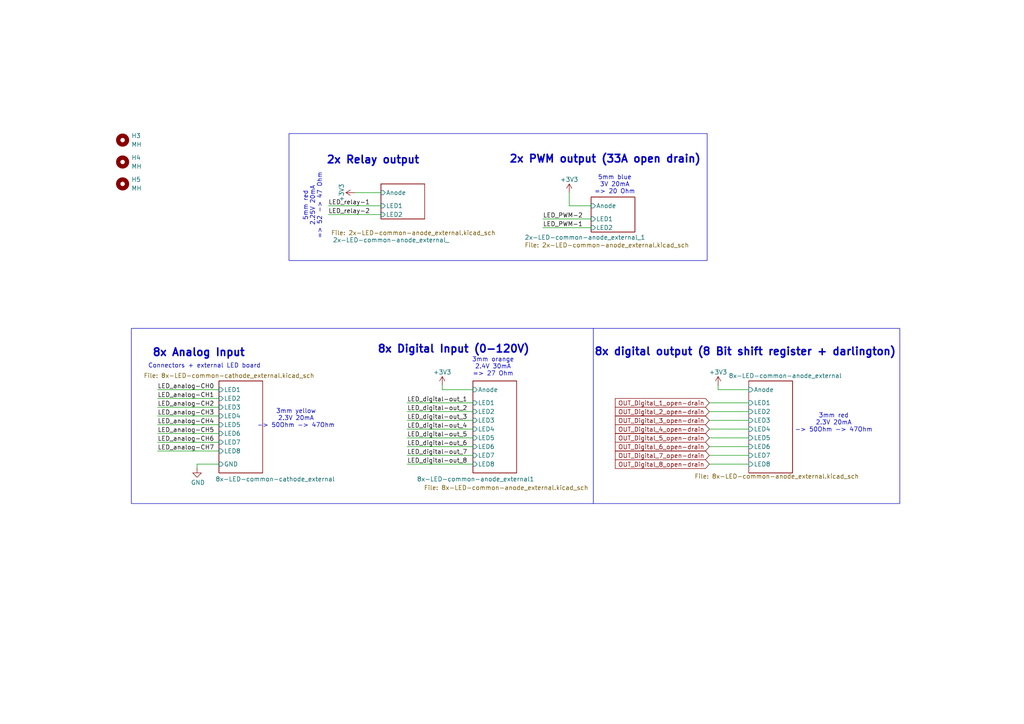
<source format=kicad_sch>
(kicad_sch (version 20231120) (generator "eeschema") (generator_version "8.0")
  (paper "A4")
  (title_block (title "pi-interface-board: LED-boards") (date "2024-11-12") (rev "1.0") (company "SCHERDEL GmbH") (comment 1 "Led boards integrated in housing"))
  (lib_symbols
    (symbol "Mechanical:MountingHole" (pin_names (offset 1.016)) (exclude_from_sim yes) (in_bom no)
      (property "Reference" "H" (at 0 5.08 0))
      (property "Value" "MountingHole" (at 0 3.175 0))
      (symbol "MountingHole_0_1"
        (circle (center 0 0) (radius 1.27) (stroke (width 1.27)))
      )
    )
    (symbol "power:+3V3" (power) (pin_numbers hide) (pin_names (offset 0) hide)
      (property "Value" "+3V3" (at 0 3.556 0))
      (symbol "+3V3_0_1"
        (polyline (pts (xy -0.762 1.27) (xy 0 2.54)))
        (polyline (pts (xy 0 0) (xy 0 2.54)))
        (polyline (pts (xy 0 2.54) (xy 0.762 1.27)))
      )
      (symbol "+3V3_1_1"
        (pin power_in line (at 0 0 90) (length 0) (name "~") (number "1"))
      )
    )
    (symbol "power:GND" (power) (pin_numbers hide) (pin_names (offset 0) hide)
      (property "Value" "GND" (at 0 -3.81 0))
      (symbol "GND_0_1"
        (polyline (pts (xy 0 0) (xy 0 -1.27) (xy 1.27 -1.27) (xy 0 -2.54) (xy -1.27 -1.27) (xy 0 -1.27)))
      )
      (symbol "GND_1_1"
        (pin power_in line (at 0 0 270) (length 0) (name "~") (number "1"))
      )
    )
  )
  (wire (pts (xy 118.11 119.38) (xy 137.16 119.38)))
  (wire (pts (xy 57.15 134.62) (xy 63.5 134.62)))
  (wire (pts (xy 205.74 129.54) (xy 217.17 129.54)))
  (wire (pts (xy 157.48 66.04) (xy 171.45 66.04)))
  (wire (pts (xy 45.72 118.11) (xy 63.5 118.11)))
  (wire (pts (xy 57.15 134.62) (xy 57.15 135.89)))
  (wire (pts (xy 45.72 125.73) (xy 63.5 125.73)))
  (wire (pts (xy 205.74 127) (xy 217.17 127)))
  (wire (pts (xy 102.87 55.88) (xy 110.49 55.88)))
  (wire (pts (xy 165.1 59.69) (xy 171.45 59.69)))
  (wire (pts (xy 118.11 127) (xy 137.16 127)))
  (wire (pts (xy 205.74 134.62) (xy 217.17 134.62)))
  (polyline (pts (xy 172.085 95.25) (xy 172.085 146.05)))
  (wire (pts (xy 208.28 113.03) (xy 217.17 113.03)))
  (wire (pts (xy 45.72 123.19) (xy 63.5 123.19)))
  (wire (pts (xy 45.72 115.57) (xy 63.5 115.57)))
  (wire (pts (xy 128.27 111.76) (xy 128.27 113.03)))
  (wire (pts (xy 128.27 113.03) (xy 137.16 113.03)))
  (wire (pts (xy 45.72 120.65) (xy 63.5 120.65)))
  (wire (pts (xy 205.74 119.38) (xy 217.17 119.38)))
  (wire (pts (xy 45.72 130.81) (xy 63.5 130.81)))
  (wire (pts (xy 118.11 129.54) (xy 137.16 129.54)))
  (wire (pts (xy 205.74 124.46) (xy 217.17 124.46)))
  (wire (pts (xy 118.11 121.92) (xy 137.16 121.92)))
  (wire (pts (xy 118.11 116.84) (xy 137.16 116.84)))
  (wire (pts (xy 45.72 113.03) (xy 63.5 113.03)))
  (wire (pts (xy 157.48 63.5) (xy 171.45 63.5)))
  (wire (pts (xy 45.72 128.27) (xy 63.5 128.27)))
  (wire (pts (xy 95.25 62.23) (xy 110.49 62.23)))
  (wire (pts (xy 205.74 121.92) (xy 217.17 121.92)))
  (wire (pts (xy 208.28 111.76) (xy 208.28 113.03)))
  (wire (pts (xy 205.74 132.08) (xy 217.17 132.08)))
  (wire (pts (xy 95.25 59.69) (xy 110.49 59.69)))
  (wire (pts (xy 118.11 124.46) (xy 137.16 124.46)))
  (wire (pts (xy 118.11 134.62) (xy 137.16 134.62)))
  (wire (pts (xy 118.11 132.08) (xy 137.16 132.08)))
  (wire (pts (xy 205.74 116.84) (xy 217.17 116.84)))
  (wire (pts (xy 165.1 55.88) (xy 165.1 59.69)))
  (rectangle (start 38.1 95.25) (end 260.985 146.05))
  (rectangle (start 83.82 38.735) (end 205.105 75.565))
  (text "2x PWM output (33A open drain)" (at 175.514 46.228 0) (effects (font (size 2.2 2.2) (thickness 0.44) (bold yes))))
  (text "2x Relay output" (at 108.204 46.482 0) (effects (font (size 2.2 2.2) (thickness 0.44) (bold yes))))
  (text "8x digital output (8 Bit shift register + darlington)" (at 216.154 102.108 0) (effects (font (size 2.2 2.2) (thickness 0.44) (bold yes))))
  (text "5mm blue\n3V 20mA\n=> 20 Ohm" (at 178.308 53.594 0) (effects (font (size 1.27 1.27))))
  (text "3mm yellow\n2.3V 20mA\n-> 50Ohm -> 47Ohm" (at 85.852 121.412 0) (effects (font (size 1.27 1.27))))
  (text "Connectors + external LED board" (at 42.926 106.172 0) (effects (font (size 1.27 1.27)) (justify left)))
  (text "3mm red\n2.3V 20mA\n-> 50Ohm -> 47Ohm" (at 241.808 122.682 0) (effects (font (size 1.27 1.27))))
  (text "8x Digital Input (0-120V)" (at 131.572 101.346 0) (effects (font (size 2.2 2.2) (thickness 0.44) (bold yes))))
  (text "3mm orange\n2.4V 30mA\n=> 27 Ohm" (at 143.002 106.426 0) (effects (font (size 1.27 1.27))))
  (text "5mm red\n2.25V 20mA\n=> 52 -> 47 Ohm" (at 90.678 59.69 90) (effects (font (size 1.27 1.27))))
  (text "8x Analog Input" (at 57.658 102.362 0) (effects (font (size 2.2 2.2) (thickness 0.44) (bold yes))))
  (label "LED_digital-out_6" (at 118.11 129.54 0))
  (label "LED_digital-out_3" (at 118.11 121.92 0))
  (label "LED_digital-out_2" (at 118.11 119.38 0))
  (label "LED_PWM-2" (at 157.48 63.5 0))
  (label "LED_digital-out_4" (at 118.11 124.46 0))
  (label "LED_analog-CH7" (at 45.72 130.81 0))
  (label "LED_digital-out_1" (at 118.11 116.84 0))
  (label "LED_digital-out_8" (at 118.11 134.62 0))
  (label "LED_PWM-1" (at 157.48 66.04 0))
  (label "LED_analog-CH6" (at 45.72 128.27 0))
  (label "LED_analog-CH1" (at 45.72 115.57 0))
  (label "LED_analog-CH3" (at 45.72 120.65 0))
  (label "LED_digital-out_7" (at 118.11 132.08 0))
  (label "LED_analog-CH0" (at 45.72 113.03 0))
  (label "LED_relay-2" (at 95.25 62.23 0))
  (label "LED_digital-out_5" (at 118.11 127 0))
  (label "LED_analog-CH2" (at 45.72 118.11 0))
  (label "LED_relay-1" (at 95.25 59.69 0))
  (label "LED_analog-CH5" (at 45.72 125.73 0))
  (label "LED_analog-CH4" (at 45.72 123.19 0))
  (global_label "OUT_Digital_6_open-drain" (shape input) (at 205.74 129.54 180) (property "Intersheetrefs" "${INTERSHEET_REFS}" (effects (hide yes))))
  (global_label "OUT_Digital_7_open-drain" (shape input) (at 205.74 132.08 180) (property "Intersheetrefs" "${INTERSHEET_REFS}" (effects (hide yes))))
  (global_label "OUT_Digital_3_open-drain" (shape input) (at 205.74 121.92 180) (property "Intersheetrefs" "${INTERSHEET_REFS}" (effects (hide yes))))
  (global_label "OUT_Digital_1_open-drain" (shape input) (at 205.74 116.84 180) (property "Intersheetrefs" "${INTERSHEET_REFS}" (effects (hide yes))))
  (global_label "OUT_Digital_5_open-drain" (shape input) (at 205.74 127 180) (property "Intersheetrefs" "${INTERSHEET_REFS}" (effects (hide yes))))
  (global_label "OUT_Digital_4_open-drain" (shape input) (at 205.74 124.46 180) (property "Intersheetrefs" "${INTERSHEET_REFS}" (effects (hide yes))))
  (global_label "OUT_Digital_8_open-drain" (shape input) (at 205.74 134.62 180) (property "Intersheetrefs" "${INTERSHEET_REFS}" (effects (hide yes))))
  (global_label "OUT_Digital_2_open-drain" (shape input) (at 205.74 119.38 180) (property "Intersheetrefs" "${INTERSHEET_REFS}" (effects (hide yes))))
  (symbol (lib_id "power:+3V3") (at 128.27 111.76 0) (unit 1)
    (property "Reference" "#PWR053" (effects (hide yes)))
    (property "Value" "+3V3" (at 128.27 107.95 0))
    (property "Description" "Power symbol creates a global label with name \"+3V3\"" (effects (hide yes)))
  )
  (symbol (lib_id "power:+3V3") (at 208.28 111.76 0) (unit 1)
    (property "Reference" "#PWR035" (effects (hide yes)))
    (property "Value" "+3V3" (at 208.28 107.95 0))
    (property "Description" "Power symbol creates a global label with name \"+3V3\"" (effects (hide yes)))
  )
  (symbol (lib_id "Mechanical:MountingHole") (at 35.56 40.64 0) (unit 1) (exclude_from_sim yes) (in_bom no)
    (property "Reference" "H3" (at 38.1 39.3699 0) (effects (justify left)))
    (property "Value" "MH" (at 38.1 41.9099 0) (effects (justify left)))
    (property "Footprint" "MountingHole:MountingHole_2.2mm_M2_ISO14580" (effects (hide yes)))
    (property "Description" "Mounting Hole without connection" (effects (hide yes)))
  )
  (symbol (lib_id "power:GND") (at 57.15 135.89 0) (unit 1)
    (property "Reference" "#PWR049" (effects (hide yes)))
    (property "Value" "GND" (at 57.404 139.954 0))
    (property "Description" "Power symbol creates a global label with name \"GND\" , ground" (effects (hide yes)))
  )
  (symbol (lib_id "power:+3V3") (at 165.1 55.88 0) (unit 1)
    (property "Reference" "#PWR056" (effects (hide yes)))
    (property "Value" "+3V3" (at 165.1 52.07 0))
    (property "Description" "Power symbol creates a global label with name \"+3V3\"" (effects (hide yes)))
  )
  (symbol (lib_id "Mechanical:MountingHole") (at 35.56 53.34 0) (unit 1) (exclude_from_sim yes) (in_bom no)
    (property "Reference" "H5" (at 38.1 52.0699 0) (effects (justify left)))
    (property "Value" "MH" (at 38.1 54.6099 0) (effects (justify left)))
    (property "Footprint" "MountingHole:MountingHole_2.2mm_M2_ISO14580" (effects (hide yes)))
    (property "Description" "Mounting Hole without connection" (effects (hide yes)))
  )
  (symbol (lib_id "Mechanical:MountingHole") (at 35.56 46.99 0) (unit 1) (exclude_from_sim yes) (in_bom no)
    (property "Reference" "H4" (at 38.1 45.7199 0) (effects (justify left)))
    (property "Value" "MH" (at 38.1 48.2599 0) (effects (justify left)))
    (property "Footprint" "MountingHole:MountingHole_2.2mm_M2_ISO14580" (effects (hide yes)))
    (property "Description" "Mounting Hole without connection" (effects (hide yes)))
  )
  (symbol (lib_id "power:+3V3") (at 102.87 55.88 90) (unit 1)
    (property "Reference" "#PWR058" (effects (hide yes)))
    (property "Value" "+3V3" (at 99.06 55.88 0))
    (property "Description" "Power symbol creates a global label with name \"+3V3\"" (effects (hide yes)))
  )
  (sheet (at 63.5 110.49) (size 12.7 26.67) (stroke (width 0.1524))
    (property "Sheetname" "8x-LED-common-cathode_external" (at 62.484 139.7 0) (effects (justify left bottom)))
    (property "Sheetfile" "8x-LED-common-cathode_external.kicad_sch" (at 41.656 108.204 0) (effects (justify left top)))
    (pin "LED5" input (at 63.5 123.19 180))
    (pin "LED3" input (at 63.5 118.11 180))
    (pin "LED4" input (at 63.5 120.65 180))
    (pin "LED7" input (at 63.5 128.27 180))
    (pin "GND" input (at 63.5 134.62 180))
    (pin "LED6" input (at 63.5 125.73 180))
    (pin "LED8" input (at 63.5 130.81 180))
    (pin "LED2" input (at 63.5 115.57 180))
    (pin "LED1" input (at 63.5 113.03 180))
  )
  (sheet (at 217.17 110.49) (size 12.7 26.67) (stroke (width 0.1524))
    (property "Sheetname" "8x-LED-common-anode_external" (at 211.328 109.728 0) (effects (justify left bottom)))
    (property "Sheetfile" "8x-LED-common-anode_external.kicad_sch" (at 201.422 137.414 0) (effects (justify left top)))
    (pin "LED1" input (at 217.17 116.84 180))
    (pin "LED2" input (at 217.17 119.38 180))
    (pin "LED3" input (at 217.17 121.92 180))
    (pin "LED4" input (at 217.17 124.46 180))
    (pin "LED5" input (at 217.17 127 180))
    (pin "LED7" input (at 217.17 132.08 180))
    (pin "LED8" input (at 217.17 134.62 180))
    (pin "LED6" input (at 217.17 129.54 180))
    (pin "Anode" input (at 217.17 113.03 180))
  )
  (sheet (at 110.49 53.34) (size 12.7 10.16) (stroke (width 0.1524))
    (property "Sheetname" "2x-LED-common-anode_external_" (at 96.52 70.358 0) (effects (justify left bottom)))
    (property "Sheetfile" "2x-LED-common-anode_external.kicad_sch" (at 96.012 66.802 0) (effects (justify left top)))
    (pin "LED1" input (at 110.49 59.69 180))
    (pin "Anode" input (at 110.49 55.88 180))
    (pin "LED2" input (at 110.49 62.23 180))
  )
  (sheet (at 171.45 57.15) (size 12.7 10.16) (stroke (width 0.1524))
    (property "Sheetname" "2x-LED-common-anode_external_1" (at 152.146 69.596 0) (effects (justify left bottom)))
    (property "Sheetfile" "2x-LED-common-anode_external.kicad_sch" (at 152.146 70.358 0) (effects (justify left top)))
    (pin "LED1" input (at 171.45 63.5 180))
    (pin "Anode" input (at 171.45 59.69 180))
    (pin "LED2" input (at 171.45 66.04 180))
  )
  (sheet (at 137.16 110.49) (size 12.7 26.67) (stroke (width 0.1524))
    (property "Sheetname" "8x-LED-common-anode_external1" (at 120.904 139.7 0) (effects (justify left bottom)))
    (property "Sheetfile" "8x-LED-common-anode_external.kicad_sch" (at 122.936 140.716 0) (effects (justify left top)))
    (pin "LED1" input (at 137.16 116.84 180))
    (pin "LED2" input (at 137.16 119.38 180))
    (pin "LED3" input (at 137.16 121.92 180))
    (pin "LED4" input (at 137.16 124.46 180))
    (pin "LED5" input (at 137.16 127 180))
    (pin "LED7" input (at 137.16 132.08 180))
    (pin "LED8" input (at 137.16 134.62 180))
    (pin "LED6" input (at 137.16 129.54 180))
    (pin "Anode" input (at 137.16 113.03 180))
  )
)
</source>
